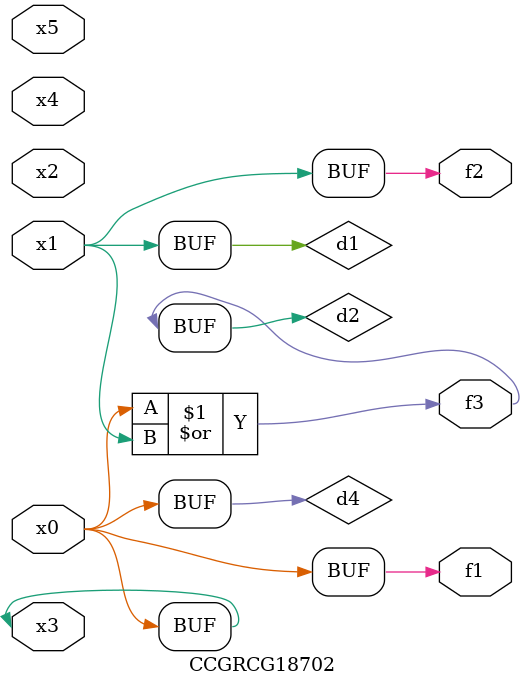
<source format=v>
module CCGRCG18702(
	input x0, x1, x2, x3, x4, x5,
	output f1, f2, f3
);

	wire d1, d2, d3, d4;

	and (d1, x1);
	or (d2, x0, x1);
	nand (d3, x0, x5);
	buf (d4, x0, x3);
	assign f1 = d4;
	assign f2 = d1;
	assign f3 = d2;
endmodule

</source>
